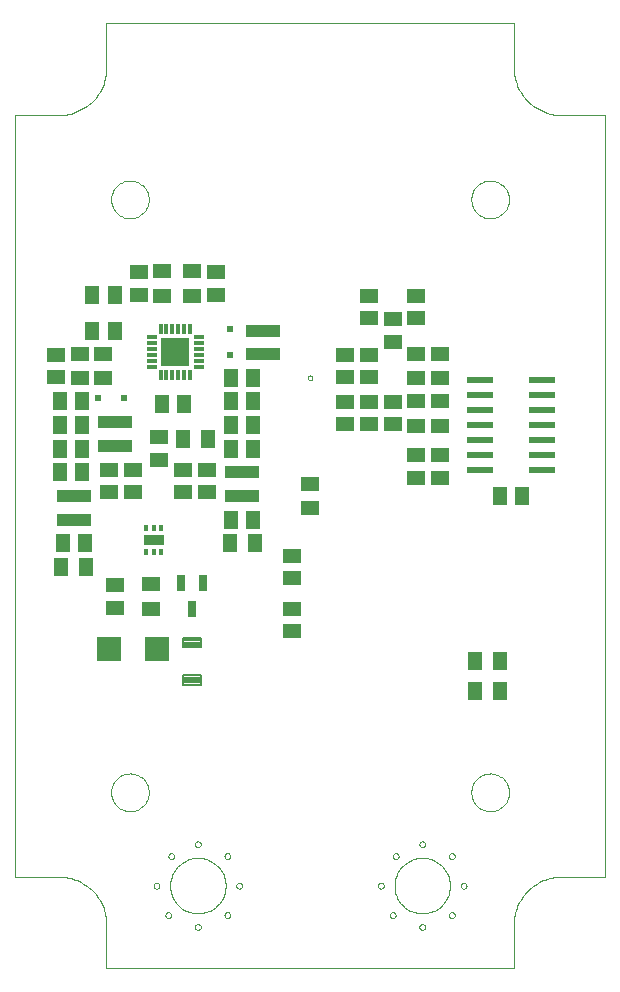
<source format=gtp>
G75*
%MOIN*%
%OFA0B0*%
%FSLAX24Y24*%
%IPPOS*%
%LPD*%
%AMOC8*
5,1,8,0,0,1.08239X$1,22.5*
%
%ADD10C,0.0000*%
%ADD11R,0.0512X0.0591*%
%ADD12R,0.0591X0.0512*%
%ADD13R,0.1181X0.0394*%
%ADD14R,0.0472X0.0591*%
%ADD15R,0.0591X0.0472*%
%ADD16R,0.0120X0.0320*%
%ADD17R,0.0320X0.0120*%
%ADD18R,0.0945X0.0945*%
%ADD19R,0.0866X0.0236*%
%ADD20C,0.0039*%
%ADD21R,0.0236X0.0236*%
%ADD22R,0.0157X0.0185*%
%ADD23R,0.0669X0.0374*%
%ADD24R,0.0315X0.0551*%
%ADD25C,0.0079*%
%ADD26R,0.0787X0.0787*%
D10*
X004489Y004351D02*
X005966Y004351D01*
X006043Y004349D01*
X006120Y004343D01*
X006197Y004334D01*
X006273Y004321D01*
X006349Y004304D01*
X006423Y004283D01*
X006497Y004259D01*
X006569Y004231D01*
X006639Y004200D01*
X006708Y004165D01*
X006776Y004127D01*
X006841Y004086D01*
X006904Y004041D01*
X006965Y003993D01*
X007024Y003943D01*
X007080Y003890D01*
X007133Y003834D01*
X007183Y003775D01*
X007231Y003714D01*
X007276Y003651D01*
X007317Y003586D01*
X007355Y003518D01*
X007390Y003449D01*
X007421Y003379D01*
X007449Y003307D01*
X007473Y003233D01*
X007494Y003159D01*
X007511Y003083D01*
X007524Y003007D01*
X007533Y002930D01*
X007539Y002853D01*
X007541Y002776D01*
X007541Y001300D01*
X021123Y001300D01*
X021123Y002776D01*
X021125Y002853D01*
X021131Y002930D01*
X021140Y003007D01*
X021153Y003083D01*
X021170Y003159D01*
X021191Y003233D01*
X021215Y003307D01*
X021243Y003379D01*
X021274Y003449D01*
X021309Y003518D01*
X021347Y003586D01*
X021388Y003651D01*
X021433Y003714D01*
X021481Y003775D01*
X021531Y003834D01*
X021584Y003890D01*
X021640Y003943D01*
X021699Y003993D01*
X021760Y004041D01*
X021823Y004086D01*
X021888Y004127D01*
X021956Y004165D01*
X022025Y004200D01*
X022095Y004231D01*
X022167Y004259D01*
X022241Y004283D01*
X022315Y004304D01*
X022391Y004321D01*
X022467Y004334D01*
X022544Y004343D01*
X022621Y004349D01*
X022698Y004351D01*
X024175Y004351D01*
X024175Y029745D01*
X022698Y029745D01*
X022621Y029747D01*
X022544Y029753D01*
X022467Y029762D01*
X022391Y029775D01*
X022315Y029792D01*
X022241Y029813D01*
X022167Y029837D01*
X022095Y029865D01*
X022025Y029896D01*
X021956Y029931D01*
X021888Y029969D01*
X021823Y030010D01*
X021760Y030055D01*
X021699Y030103D01*
X021640Y030153D01*
X021584Y030206D01*
X021531Y030262D01*
X021481Y030321D01*
X021433Y030382D01*
X021388Y030445D01*
X021347Y030510D01*
X021309Y030578D01*
X021274Y030647D01*
X021243Y030717D01*
X021215Y030789D01*
X021191Y030863D01*
X021170Y030937D01*
X021153Y031013D01*
X021140Y031089D01*
X021131Y031166D01*
X021125Y031243D01*
X021123Y031320D01*
X021123Y032796D01*
X007541Y032796D01*
X007541Y031320D01*
X007539Y031243D01*
X007533Y031166D01*
X007524Y031089D01*
X007511Y031013D01*
X007494Y030937D01*
X007473Y030863D01*
X007449Y030789D01*
X007421Y030717D01*
X007390Y030647D01*
X007355Y030578D01*
X007317Y030510D01*
X007276Y030445D01*
X007231Y030382D01*
X007183Y030321D01*
X007133Y030262D01*
X007080Y030206D01*
X007024Y030153D01*
X006965Y030103D01*
X006904Y030055D01*
X006841Y030010D01*
X006776Y029969D01*
X006708Y029931D01*
X006639Y029896D01*
X006569Y029865D01*
X006497Y029837D01*
X006423Y029813D01*
X006349Y029792D01*
X006273Y029775D01*
X006197Y029762D01*
X006120Y029753D01*
X006043Y029747D01*
X005966Y029745D01*
X004489Y029745D01*
X004489Y004351D01*
X007698Y007166D02*
X007700Y007216D01*
X007706Y007266D01*
X007716Y007315D01*
X007730Y007363D01*
X007747Y007410D01*
X007768Y007455D01*
X007793Y007499D01*
X007821Y007540D01*
X007853Y007579D01*
X007887Y007616D01*
X007924Y007650D01*
X007964Y007680D01*
X008006Y007707D01*
X008050Y007731D01*
X008096Y007752D01*
X008143Y007768D01*
X008191Y007781D01*
X008241Y007790D01*
X008290Y007795D01*
X008341Y007796D01*
X008391Y007793D01*
X008440Y007786D01*
X008489Y007775D01*
X008537Y007760D01*
X008583Y007742D01*
X008628Y007720D01*
X008671Y007694D01*
X008712Y007665D01*
X008751Y007633D01*
X008787Y007598D01*
X008819Y007560D01*
X008849Y007520D01*
X008876Y007477D01*
X008899Y007433D01*
X008918Y007387D01*
X008934Y007339D01*
X008946Y007290D01*
X008954Y007241D01*
X008958Y007191D01*
X008958Y007141D01*
X008954Y007091D01*
X008946Y007042D01*
X008934Y006993D01*
X008918Y006945D01*
X008899Y006899D01*
X008876Y006855D01*
X008849Y006812D01*
X008819Y006772D01*
X008787Y006734D01*
X008751Y006699D01*
X008712Y006667D01*
X008671Y006638D01*
X008628Y006612D01*
X008583Y006590D01*
X008537Y006572D01*
X008489Y006557D01*
X008440Y006546D01*
X008391Y006539D01*
X008341Y006536D01*
X008290Y006537D01*
X008241Y006542D01*
X008191Y006551D01*
X008143Y006564D01*
X008096Y006580D01*
X008050Y006601D01*
X008006Y006625D01*
X007964Y006652D01*
X007924Y006682D01*
X007887Y006716D01*
X007853Y006753D01*
X007821Y006792D01*
X007793Y006833D01*
X007768Y006877D01*
X007747Y006922D01*
X007730Y006969D01*
X007716Y007017D01*
X007706Y007066D01*
X007700Y007116D01*
X007698Y007166D01*
X009608Y005040D02*
X009610Y005059D01*
X009615Y005078D01*
X009625Y005094D01*
X009637Y005109D01*
X009652Y005121D01*
X009668Y005131D01*
X009687Y005136D01*
X009706Y005138D01*
X009725Y005136D01*
X009744Y005131D01*
X009760Y005121D01*
X009775Y005109D01*
X009787Y005094D01*
X009797Y005078D01*
X009802Y005059D01*
X009804Y005040D01*
X009802Y005021D01*
X009797Y005002D01*
X009787Y004986D01*
X009775Y004971D01*
X009760Y004959D01*
X009744Y004949D01*
X009725Y004944D01*
X009706Y004942D01*
X009687Y004944D01*
X009668Y004949D01*
X009652Y004959D01*
X009637Y004971D01*
X009625Y004986D01*
X009615Y005002D01*
X009610Y005021D01*
X009608Y005040D01*
X010494Y005434D02*
X010496Y005453D01*
X010501Y005472D01*
X010511Y005488D01*
X010523Y005503D01*
X010538Y005515D01*
X010554Y005525D01*
X010573Y005530D01*
X010592Y005532D01*
X010611Y005530D01*
X010630Y005525D01*
X010646Y005515D01*
X010661Y005503D01*
X010673Y005488D01*
X010683Y005472D01*
X010688Y005453D01*
X010690Y005434D01*
X010688Y005415D01*
X010683Y005396D01*
X010673Y005380D01*
X010661Y005365D01*
X010646Y005353D01*
X010630Y005343D01*
X010611Y005338D01*
X010592Y005336D01*
X010573Y005338D01*
X010554Y005343D01*
X010538Y005353D01*
X010523Y005365D01*
X010511Y005380D01*
X010501Y005396D01*
X010496Y005415D01*
X010494Y005434D01*
X011478Y005040D02*
X011480Y005059D01*
X011485Y005078D01*
X011495Y005094D01*
X011507Y005109D01*
X011522Y005121D01*
X011538Y005131D01*
X011557Y005136D01*
X011576Y005138D01*
X011595Y005136D01*
X011614Y005131D01*
X011630Y005121D01*
X011645Y005109D01*
X011657Y005094D01*
X011667Y005078D01*
X011672Y005059D01*
X011674Y005040D01*
X011672Y005021D01*
X011667Y005002D01*
X011657Y004986D01*
X011645Y004971D01*
X011630Y004959D01*
X011614Y004949D01*
X011595Y004944D01*
X011576Y004942D01*
X011557Y004944D01*
X011538Y004949D01*
X011522Y004959D01*
X011507Y004971D01*
X011495Y004986D01*
X011485Y005002D01*
X011480Y005021D01*
X011478Y005040D01*
X011872Y004056D02*
X011874Y004075D01*
X011879Y004094D01*
X011889Y004110D01*
X011901Y004125D01*
X011916Y004137D01*
X011932Y004147D01*
X011951Y004152D01*
X011970Y004154D01*
X011989Y004152D01*
X012008Y004147D01*
X012024Y004137D01*
X012039Y004125D01*
X012051Y004110D01*
X012061Y004094D01*
X012066Y004075D01*
X012068Y004056D01*
X012066Y004037D01*
X012061Y004018D01*
X012051Y004002D01*
X012039Y003987D01*
X012024Y003975D01*
X012008Y003965D01*
X011989Y003960D01*
X011970Y003958D01*
X011951Y003960D01*
X011932Y003965D01*
X011916Y003975D01*
X011901Y003987D01*
X011889Y004002D01*
X011879Y004018D01*
X011874Y004037D01*
X011872Y004056D01*
X011478Y003072D02*
X011480Y003091D01*
X011485Y003110D01*
X011495Y003126D01*
X011507Y003141D01*
X011522Y003153D01*
X011538Y003163D01*
X011557Y003168D01*
X011576Y003170D01*
X011595Y003168D01*
X011614Y003163D01*
X011630Y003153D01*
X011645Y003141D01*
X011657Y003126D01*
X011667Y003110D01*
X011672Y003091D01*
X011674Y003072D01*
X011672Y003053D01*
X011667Y003034D01*
X011657Y003018D01*
X011645Y003003D01*
X011630Y002991D01*
X011614Y002981D01*
X011595Y002976D01*
X011576Y002974D01*
X011557Y002976D01*
X011538Y002981D01*
X011522Y002991D01*
X011507Y003003D01*
X011495Y003018D01*
X011485Y003034D01*
X011480Y003053D01*
X011478Y003072D01*
X010494Y002678D02*
X010496Y002697D01*
X010501Y002716D01*
X010511Y002732D01*
X010523Y002747D01*
X010538Y002759D01*
X010554Y002769D01*
X010573Y002774D01*
X010592Y002776D01*
X010611Y002774D01*
X010630Y002769D01*
X010646Y002759D01*
X010661Y002747D01*
X010673Y002732D01*
X010683Y002716D01*
X010688Y002697D01*
X010690Y002678D01*
X010688Y002659D01*
X010683Y002640D01*
X010673Y002624D01*
X010661Y002609D01*
X010646Y002597D01*
X010630Y002587D01*
X010611Y002582D01*
X010592Y002580D01*
X010573Y002582D01*
X010554Y002587D01*
X010538Y002597D01*
X010523Y002609D01*
X010511Y002624D01*
X010501Y002640D01*
X010496Y002659D01*
X010494Y002678D01*
X009510Y003072D02*
X009512Y003091D01*
X009517Y003110D01*
X009527Y003126D01*
X009539Y003141D01*
X009554Y003153D01*
X009570Y003163D01*
X009589Y003168D01*
X009608Y003170D01*
X009627Y003168D01*
X009646Y003163D01*
X009662Y003153D01*
X009677Y003141D01*
X009689Y003126D01*
X009699Y003110D01*
X009704Y003091D01*
X009706Y003072D01*
X009704Y003053D01*
X009699Y003034D01*
X009689Y003018D01*
X009677Y003003D01*
X009662Y002991D01*
X009646Y002981D01*
X009627Y002976D01*
X009608Y002974D01*
X009589Y002976D01*
X009570Y002981D01*
X009554Y002991D01*
X009539Y003003D01*
X009527Y003018D01*
X009517Y003034D01*
X009512Y003053D01*
X009510Y003072D01*
X009116Y004056D02*
X009118Y004075D01*
X009123Y004094D01*
X009133Y004110D01*
X009145Y004125D01*
X009160Y004137D01*
X009176Y004147D01*
X009195Y004152D01*
X009214Y004154D01*
X009233Y004152D01*
X009252Y004147D01*
X009268Y004137D01*
X009283Y004125D01*
X009295Y004110D01*
X009305Y004094D01*
X009310Y004075D01*
X009312Y004056D01*
X009310Y004037D01*
X009305Y004018D01*
X009295Y004002D01*
X009283Y003987D01*
X009268Y003975D01*
X009252Y003965D01*
X009233Y003960D01*
X009214Y003958D01*
X009195Y003960D01*
X009176Y003965D01*
X009160Y003975D01*
X009145Y003987D01*
X009133Y004002D01*
X009123Y004018D01*
X009118Y004037D01*
X009116Y004056D01*
X016596Y004056D02*
X016598Y004075D01*
X016603Y004094D01*
X016613Y004110D01*
X016625Y004125D01*
X016640Y004137D01*
X016656Y004147D01*
X016675Y004152D01*
X016694Y004154D01*
X016713Y004152D01*
X016732Y004147D01*
X016748Y004137D01*
X016763Y004125D01*
X016775Y004110D01*
X016785Y004094D01*
X016790Y004075D01*
X016792Y004056D01*
X016790Y004037D01*
X016785Y004018D01*
X016775Y004002D01*
X016763Y003987D01*
X016748Y003975D01*
X016732Y003965D01*
X016713Y003960D01*
X016694Y003958D01*
X016675Y003960D01*
X016656Y003965D01*
X016640Y003975D01*
X016625Y003987D01*
X016613Y004002D01*
X016603Y004018D01*
X016598Y004037D01*
X016596Y004056D01*
X016990Y003072D02*
X016992Y003091D01*
X016997Y003110D01*
X017007Y003126D01*
X017019Y003141D01*
X017034Y003153D01*
X017050Y003163D01*
X017069Y003168D01*
X017088Y003170D01*
X017107Y003168D01*
X017126Y003163D01*
X017142Y003153D01*
X017157Y003141D01*
X017169Y003126D01*
X017179Y003110D01*
X017184Y003091D01*
X017186Y003072D01*
X017184Y003053D01*
X017179Y003034D01*
X017169Y003018D01*
X017157Y003003D01*
X017142Y002991D01*
X017126Y002981D01*
X017107Y002976D01*
X017088Y002974D01*
X017069Y002976D01*
X017050Y002981D01*
X017034Y002991D01*
X017019Y003003D01*
X017007Y003018D01*
X016997Y003034D01*
X016992Y003053D01*
X016990Y003072D01*
X017974Y002678D02*
X017976Y002697D01*
X017981Y002716D01*
X017991Y002732D01*
X018003Y002747D01*
X018018Y002759D01*
X018034Y002769D01*
X018053Y002774D01*
X018072Y002776D01*
X018091Y002774D01*
X018110Y002769D01*
X018126Y002759D01*
X018141Y002747D01*
X018153Y002732D01*
X018163Y002716D01*
X018168Y002697D01*
X018170Y002678D01*
X018168Y002659D01*
X018163Y002640D01*
X018153Y002624D01*
X018141Y002609D01*
X018126Y002597D01*
X018110Y002587D01*
X018091Y002582D01*
X018072Y002580D01*
X018053Y002582D01*
X018034Y002587D01*
X018018Y002597D01*
X018003Y002609D01*
X017991Y002624D01*
X017981Y002640D01*
X017976Y002659D01*
X017974Y002678D01*
X018958Y003072D02*
X018960Y003091D01*
X018965Y003110D01*
X018975Y003126D01*
X018987Y003141D01*
X019002Y003153D01*
X019018Y003163D01*
X019037Y003168D01*
X019056Y003170D01*
X019075Y003168D01*
X019094Y003163D01*
X019110Y003153D01*
X019125Y003141D01*
X019137Y003126D01*
X019147Y003110D01*
X019152Y003091D01*
X019154Y003072D01*
X019152Y003053D01*
X019147Y003034D01*
X019137Y003018D01*
X019125Y003003D01*
X019110Y002991D01*
X019094Y002981D01*
X019075Y002976D01*
X019056Y002974D01*
X019037Y002976D01*
X019018Y002981D01*
X019002Y002991D01*
X018987Y003003D01*
X018975Y003018D01*
X018965Y003034D01*
X018960Y003053D01*
X018958Y003072D01*
X019352Y004056D02*
X019354Y004075D01*
X019359Y004094D01*
X019369Y004110D01*
X019381Y004125D01*
X019396Y004137D01*
X019412Y004147D01*
X019431Y004152D01*
X019450Y004154D01*
X019469Y004152D01*
X019488Y004147D01*
X019504Y004137D01*
X019519Y004125D01*
X019531Y004110D01*
X019541Y004094D01*
X019546Y004075D01*
X019548Y004056D01*
X019546Y004037D01*
X019541Y004018D01*
X019531Y004002D01*
X019519Y003987D01*
X019504Y003975D01*
X019488Y003965D01*
X019469Y003960D01*
X019450Y003958D01*
X019431Y003960D01*
X019412Y003965D01*
X019396Y003975D01*
X019381Y003987D01*
X019369Y004002D01*
X019359Y004018D01*
X019354Y004037D01*
X019352Y004056D01*
X018958Y005040D02*
X018960Y005059D01*
X018965Y005078D01*
X018975Y005094D01*
X018987Y005109D01*
X019002Y005121D01*
X019018Y005131D01*
X019037Y005136D01*
X019056Y005138D01*
X019075Y005136D01*
X019094Y005131D01*
X019110Y005121D01*
X019125Y005109D01*
X019137Y005094D01*
X019147Y005078D01*
X019152Y005059D01*
X019154Y005040D01*
X019152Y005021D01*
X019147Y005002D01*
X019137Y004986D01*
X019125Y004971D01*
X019110Y004959D01*
X019094Y004949D01*
X019075Y004944D01*
X019056Y004942D01*
X019037Y004944D01*
X019018Y004949D01*
X019002Y004959D01*
X018987Y004971D01*
X018975Y004986D01*
X018965Y005002D01*
X018960Y005021D01*
X018958Y005040D01*
X017974Y005434D02*
X017976Y005453D01*
X017981Y005472D01*
X017991Y005488D01*
X018003Y005503D01*
X018018Y005515D01*
X018034Y005525D01*
X018053Y005530D01*
X018072Y005532D01*
X018091Y005530D01*
X018110Y005525D01*
X018126Y005515D01*
X018141Y005503D01*
X018153Y005488D01*
X018163Y005472D01*
X018168Y005453D01*
X018170Y005434D01*
X018168Y005415D01*
X018163Y005396D01*
X018153Y005380D01*
X018141Y005365D01*
X018126Y005353D01*
X018110Y005343D01*
X018091Y005338D01*
X018072Y005336D01*
X018053Y005338D01*
X018034Y005343D01*
X018018Y005353D01*
X018003Y005365D01*
X017991Y005380D01*
X017981Y005396D01*
X017976Y005415D01*
X017974Y005434D01*
X017088Y005040D02*
X017090Y005059D01*
X017095Y005078D01*
X017105Y005094D01*
X017117Y005109D01*
X017132Y005121D01*
X017148Y005131D01*
X017167Y005136D01*
X017186Y005138D01*
X017205Y005136D01*
X017224Y005131D01*
X017240Y005121D01*
X017255Y005109D01*
X017267Y005094D01*
X017277Y005078D01*
X017282Y005059D01*
X017284Y005040D01*
X017282Y005021D01*
X017277Y005002D01*
X017267Y004986D01*
X017255Y004971D01*
X017240Y004959D01*
X017224Y004949D01*
X017205Y004944D01*
X017186Y004942D01*
X017167Y004944D01*
X017148Y004949D01*
X017132Y004959D01*
X017117Y004971D01*
X017105Y004986D01*
X017095Y005002D01*
X017090Y005021D01*
X017088Y005040D01*
X019706Y007166D02*
X019708Y007216D01*
X019714Y007266D01*
X019724Y007315D01*
X019738Y007363D01*
X019755Y007410D01*
X019776Y007455D01*
X019801Y007499D01*
X019829Y007540D01*
X019861Y007579D01*
X019895Y007616D01*
X019932Y007650D01*
X019972Y007680D01*
X020014Y007707D01*
X020058Y007731D01*
X020104Y007752D01*
X020151Y007768D01*
X020199Y007781D01*
X020249Y007790D01*
X020298Y007795D01*
X020349Y007796D01*
X020399Y007793D01*
X020448Y007786D01*
X020497Y007775D01*
X020545Y007760D01*
X020591Y007742D01*
X020636Y007720D01*
X020679Y007694D01*
X020720Y007665D01*
X020759Y007633D01*
X020795Y007598D01*
X020827Y007560D01*
X020857Y007520D01*
X020884Y007477D01*
X020907Y007433D01*
X020926Y007387D01*
X020942Y007339D01*
X020954Y007290D01*
X020962Y007241D01*
X020966Y007191D01*
X020966Y007141D01*
X020962Y007091D01*
X020954Y007042D01*
X020942Y006993D01*
X020926Y006945D01*
X020907Y006899D01*
X020884Y006855D01*
X020857Y006812D01*
X020827Y006772D01*
X020795Y006734D01*
X020759Y006699D01*
X020720Y006667D01*
X020679Y006638D01*
X020636Y006612D01*
X020591Y006590D01*
X020545Y006572D01*
X020497Y006557D01*
X020448Y006546D01*
X020399Y006539D01*
X020349Y006536D01*
X020298Y006537D01*
X020249Y006542D01*
X020199Y006551D01*
X020151Y006564D01*
X020104Y006580D01*
X020058Y006601D01*
X020014Y006625D01*
X019972Y006652D01*
X019932Y006682D01*
X019895Y006716D01*
X019861Y006753D01*
X019829Y006792D01*
X019801Y006833D01*
X019776Y006877D01*
X019755Y006922D01*
X019738Y006969D01*
X019724Y007017D01*
X019714Y007066D01*
X019708Y007116D01*
X019706Y007166D01*
X014253Y020985D02*
X014255Y021003D01*
X014261Y021019D01*
X014270Y021034D01*
X014283Y021047D01*
X014298Y021056D01*
X014314Y021062D01*
X014332Y021064D01*
X014350Y021062D01*
X014366Y021056D01*
X014381Y021047D01*
X014394Y021034D01*
X014403Y021019D01*
X014409Y021003D01*
X014411Y020985D01*
X014409Y020967D01*
X014403Y020951D01*
X014394Y020936D01*
X014381Y020923D01*
X014366Y020914D01*
X014350Y020908D01*
X014332Y020906D01*
X014314Y020908D01*
X014298Y020914D01*
X014283Y020923D01*
X014270Y020936D01*
X014261Y020951D01*
X014255Y020967D01*
X014253Y020985D01*
X007698Y026930D02*
X007700Y026980D01*
X007706Y027030D01*
X007716Y027079D01*
X007730Y027127D01*
X007747Y027174D01*
X007768Y027219D01*
X007793Y027263D01*
X007821Y027304D01*
X007853Y027343D01*
X007887Y027380D01*
X007924Y027414D01*
X007964Y027444D01*
X008006Y027471D01*
X008050Y027495D01*
X008096Y027516D01*
X008143Y027532D01*
X008191Y027545D01*
X008241Y027554D01*
X008290Y027559D01*
X008341Y027560D01*
X008391Y027557D01*
X008440Y027550D01*
X008489Y027539D01*
X008537Y027524D01*
X008583Y027506D01*
X008628Y027484D01*
X008671Y027458D01*
X008712Y027429D01*
X008751Y027397D01*
X008787Y027362D01*
X008819Y027324D01*
X008849Y027284D01*
X008876Y027241D01*
X008899Y027197D01*
X008918Y027151D01*
X008934Y027103D01*
X008946Y027054D01*
X008954Y027005D01*
X008958Y026955D01*
X008958Y026905D01*
X008954Y026855D01*
X008946Y026806D01*
X008934Y026757D01*
X008918Y026709D01*
X008899Y026663D01*
X008876Y026619D01*
X008849Y026576D01*
X008819Y026536D01*
X008787Y026498D01*
X008751Y026463D01*
X008712Y026431D01*
X008671Y026402D01*
X008628Y026376D01*
X008583Y026354D01*
X008537Y026336D01*
X008489Y026321D01*
X008440Y026310D01*
X008391Y026303D01*
X008341Y026300D01*
X008290Y026301D01*
X008241Y026306D01*
X008191Y026315D01*
X008143Y026328D01*
X008096Y026344D01*
X008050Y026365D01*
X008006Y026389D01*
X007964Y026416D01*
X007924Y026446D01*
X007887Y026480D01*
X007853Y026517D01*
X007821Y026556D01*
X007793Y026597D01*
X007768Y026641D01*
X007747Y026686D01*
X007730Y026733D01*
X007716Y026781D01*
X007706Y026830D01*
X007700Y026880D01*
X007698Y026930D01*
X019706Y026930D02*
X019708Y026980D01*
X019714Y027030D01*
X019724Y027079D01*
X019738Y027127D01*
X019755Y027174D01*
X019776Y027219D01*
X019801Y027263D01*
X019829Y027304D01*
X019861Y027343D01*
X019895Y027380D01*
X019932Y027414D01*
X019972Y027444D01*
X020014Y027471D01*
X020058Y027495D01*
X020104Y027516D01*
X020151Y027532D01*
X020199Y027545D01*
X020249Y027554D01*
X020298Y027559D01*
X020349Y027560D01*
X020399Y027557D01*
X020448Y027550D01*
X020497Y027539D01*
X020545Y027524D01*
X020591Y027506D01*
X020636Y027484D01*
X020679Y027458D01*
X020720Y027429D01*
X020759Y027397D01*
X020795Y027362D01*
X020827Y027324D01*
X020857Y027284D01*
X020884Y027241D01*
X020907Y027197D01*
X020926Y027151D01*
X020942Y027103D01*
X020954Y027054D01*
X020962Y027005D01*
X020966Y026955D01*
X020966Y026905D01*
X020962Y026855D01*
X020954Y026806D01*
X020942Y026757D01*
X020926Y026709D01*
X020907Y026663D01*
X020884Y026619D01*
X020857Y026576D01*
X020827Y026536D01*
X020795Y026498D01*
X020759Y026463D01*
X020720Y026431D01*
X020679Y026402D01*
X020636Y026376D01*
X020591Y026354D01*
X020545Y026336D01*
X020497Y026321D01*
X020448Y026310D01*
X020399Y026303D01*
X020349Y026300D01*
X020298Y026301D01*
X020249Y026306D01*
X020199Y026315D01*
X020151Y026328D01*
X020104Y026344D01*
X020058Y026365D01*
X020014Y026389D01*
X019972Y026416D01*
X019932Y026446D01*
X019895Y026480D01*
X019861Y026517D01*
X019829Y026556D01*
X019801Y026597D01*
X019776Y026641D01*
X019755Y026686D01*
X019738Y026733D01*
X019724Y026781D01*
X019714Y026830D01*
X019708Y026880D01*
X019706Y026930D01*
D11*
X012442Y020985D03*
X012442Y020198D03*
X012442Y019410D03*
X011694Y019410D03*
X011694Y020198D03*
X011694Y020985D03*
X010139Y020119D03*
X009391Y020119D03*
X007816Y022560D03*
X007068Y022560D03*
X007068Y023741D03*
X007816Y023741D03*
X006734Y020198D03*
X006734Y019410D03*
X005986Y019410D03*
X005986Y020198D03*
X005986Y018623D03*
X005986Y017835D03*
X006734Y017835D03*
X006734Y018623D03*
X006832Y015473D03*
X006084Y015473D03*
X011694Y016261D03*
X012442Y016261D03*
X012442Y018623D03*
X011694Y018623D03*
X020651Y017048D03*
X021399Y017048D03*
D12*
X018663Y017658D03*
X018663Y018406D03*
X017875Y018406D03*
X017875Y017658D03*
X017088Y019430D03*
X017088Y020178D03*
X016301Y020178D03*
X016301Y019430D03*
X015513Y019430D03*
X015513Y020178D03*
X015513Y021005D03*
X015513Y021753D03*
X016301Y021753D03*
X016301Y021005D03*
X017088Y022186D03*
X017088Y022934D03*
X017875Y022973D03*
X017875Y023721D03*
X016301Y023721D03*
X016301Y022973D03*
X011182Y023761D03*
X011182Y024509D03*
X008623Y024509D03*
X008623Y023761D03*
X005867Y021753D03*
X005867Y021005D03*
X007639Y017914D03*
X007639Y017166D03*
X008426Y017166D03*
X008426Y017914D03*
X009312Y018249D03*
X009312Y018997D03*
X010100Y017914D03*
X010100Y017166D03*
X010887Y017166D03*
X010887Y017914D03*
X013741Y015060D03*
X013741Y014312D03*
X013741Y013288D03*
X013741Y012540D03*
X007836Y013328D03*
X007836Y014076D03*
D13*
X006458Y016261D03*
X006458Y017048D03*
X007836Y018721D03*
X007836Y019509D03*
X012068Y017835D03*
X012068Y017048D03*
X012757Y021772D03*
X012757Y022560D03*
D14*
X010926Y018938D03*
X010100Y018938D03*
X011655Y015473D03*
X012482Y015473D03*
X006871Y014686D03*
X006045Y014686D03*
X019824Y011536D03*
X019824Y010552D03*
X020651Y010552D03*
X020651Y011536D03*
D15*
X018663Y019391D03*
X018663Y020217D03*
X018663Y020965D03*
X018663Y021792D03*
X017875Y021792D03*
X017875Y020965D03*
X017875Y020217D03*
X017875Y019391D03*
X014332Y017461D03*
X014332Y016635D03*
X010395Y023721D03*
X010395Y024548D03*
X009411Y024548D03*
X009411Y023721D03*
X007442Y021792D03*
X007442Y020965D03*
X006655Y020965D03*
X006655Y021792D03*
X009017Y014115D03*
X009017Y013288D03*
D16*
X009354Y021063D03*
X009544Y021063D03*
X009744Y021063D03*
X009944Y021063D03*
X010144Y021063D03*
X010334Y021063D03*
X010334Y022623D03*
X010144Y022623D03*
X009944Y022623D03*
X009744Y022623D03*
X009544Y022623D03*
X009354Y022623D03*
D17*
X009064Y022333D03*
X009064Y022143D03*
X009064Y021943D03*
X009064Y021743D03*
X009064Y021543D03*
X009064Y021353D03*
X010624Y021353D03*
X010624Y021543D03*
X010624Y021743D03*
X010624Y021943D03*
X010624Y022143D03*
X010624Y022333D03*
D18*
X009844Y021833D03*
D19*
X020001Y020910D03*
X020001Y020410D03*
X020001Y019910D03*
X020001Y019410D03*
X020001Y018910D03*
X020001Y018410D03*
X020001Y017910D03*
X022049Y017910D03*
X022049Y018410D03*
X022049Y018910D03*
X022049Y019410D03*
X022049Y019910D03*
X022049Y020410D03*
X022049Y020910D03*
D20*
X017147Y004056D02*
X017149Y004116D01*
X017155Y004177D01*
X017165Y004236D01*
X017179Y004295D01*
X017196Y004353D01*
X017217Y004410D01*
X017242Y004465D01*
X017271Y004518D01*
X017303Y004570D01*
X017338Y004619D01*
X017377Y004666D01*
X017418Y004710D01*
X017462Y004751D01*
X017509Y004790D01*
X017558Y004825D01*
X017609Y004857D01*
X017663Y004886D01*
X017718Y004911D01*
X017775Y004932D01*
X017833Y004949D01*
X017892Y004963D01*
X017951Y004973D01*
X018012Y004979D01*
X018072Y004981D01*
X018132Y004979D01*
X018193Y004973D01*
X018252Y004963D01*
X018311Y004949D01*
X018369Y004932D01*
X018426Y004911D01*
X018481Y004886D01*
X018534Y004857D01*
X018586Y004825D01*
X018635Y004790D01*
X018682Y004751D01*
X018726Y004710D01*
X018767Y004666D01*
X018806Y004619D01*
X018841Y004570D01*
X018873Y004519D01*
X018902Y004465D01*
X018927Y004410D01*
X018948Y004353D01*
X018965Y004295D01*
X018979Y004236D01*
X018989Y004177D01*
X018995Y004116D01*
X018997Y004056D01*
X018995Y003996D01*
X018989Y003935D01*
X018979Y003876D01*
X018965Y003817D01*
X018948Y003759D01*
X018927Y003702D01*
X018902Y003647D01*
X018873Y003594D01*
X018841Y003542D01*
X018806Y003493D01*
X018767Y003446D01*
X018726Y003402D01*
X018682Y003361D01*
X018635Y003322D01*
X018586Y003287D01*
X018535Y003255D01*
X018481Y003226D01*
X018426Y003201D01*
X018369Y003180D01*
X018311Y003163D01*
X018252Y003149D01*
X018193Y003139D01*
X018132Y003133D01*
X018072Y003131D01*
X018012Y003133D01*
X017951Y003139D01*
X017892Y003149D01*
X017833Y003163D01*
X017775Y003180D01*
X017718Y003201D01*
X017663Y003226D01*
X017610Y003255D01*
X017558Y003287D01*
X017509Y003322D01*
X017462Y003361D01*
X017418Y003402D01*
X017377Y003446D01*
X017338Y003493D01*
X017303Y003542D01*
X017271Y003593D01*
X017242Y003647D01*
X017217Y003702D01*
X017196Y003759D01*
X017179Y003817D01*
X017165Y003876D01*
X017155Y003935D01*
X017149Y003996D01*
X017147Y004056D01*
X009667Y004056D02*
X009669Y004116D01*
X009675Y004177D01*
X009685Y004236D01*
X009699Y004295D01*
X009716Y004353D01*
X009737Y004410D01*
X009762Y004465D01*
X009791Y004518D01*
X009823Y004570D01*
X009858Y004619D01*
X009897Y004666D01*
X009938Y004710D01*
X009982Y004751D01*
X010029Y004790D01*
X010078Y004825D01*
X010129Y004857D01*
X010183Y004886D01*
X010238Y004911D01*
X010295Y004932D01*
X010353Y004949D01*
X010412Y004963D01*
X010471Y004973D01*
X010532Y004979D01*
X010592Y004981D01*
X010652Y004979D01*
X010713Y004973D01*
X010772Y004963D01*
X010831Y004949D01*
X010889Y004932D01*
X010946Y004911D01*
X011001Y004886D01*
X011054Y004857D01*
X011106Y004825D01*
X011155Y004790D01*
X011202Y004751D01*
X011246Y004710D01*
X011287Y004666D01*
X011326Y004619D01*
X011361Y004570D01*
X011393Y004519D01*
X011422Y004465D01*
X011447Y004410D01*
X011468Y004353D01*
X011485Y004295D01*
X011499Y004236D01*
X011509Y004177D01*
X011515Y004116D01*
X011517Y004056D01*
X011515Y003996D01*
X011509Y003935D01*
X011499Y003876D01*
X011485Y003817D01*
X011468Y003759D01*
X011447Y003702D01*
X011422Y003647D01*
X011393Y003594D01*
X011361Y003542D01*
X011326Y003493D01*
X011287Y003446D01*
X011246Y003402D01*
X011202Y003361D01*
X011155Y003322D01*
X011106Y003287D01*
X011055Y003255D01*
X011001Y003226D01*
X010946Y003201D01*
X010889Y003180D01*
X010831Y003163D01*
X010772Y003149D01*
X010713Y003139D01*
X010652Y003133D01*
X010592Y003131D01*
X010532Y003133D01*
X010471Y003139D01*
X010412Y003149D01*
X010353Y003163D01*
X010295Y003180D01*
X010238Y003201D01*
X010183Y003226D01*
X010130Y003255D01*
X010078Y003287D01*
X010029Y003322D01*
X009982Y003361D01*
X009938Y003402D01*
X009897Y003446D01*
X009858Y003493D01*
X009823Y003542D01*
X009791Y003593D01*
X009762Y003647D01*
X009737Y003702D01*
X009716Y003759D01*
X009699Y003817D01*
X009685Y003876D01*
X009675Y003935D01*
X009669Y003996D01*
X009667Y004056D01*
D21*
X008131Y020296D03*
X007265Y020296D03*
X011675Y021733D03*
X011675Y022599D03*
D22*
X009371Y015965D03*
X009115Y015965D03*
X008860Y015965D03*
X008860Y015178D03*
X009115Y015178D03*
X009371Y015178D03*
D23*
X009115Y015572D03*
D24*
X010021Y014135D03*
X010395Y013269D03*
X010769Y014135D03*
D25*
X010700Y012319D02*
X010700Y012003D01*
X010090Y012003D01*
X010090Y012319D01*
X010700Y012319D01*
X010700Y012081D02*
X010090Y012081D01*
X010090Y012159D02*
X010700Y012159D01*
X010700Y012237D02*
X010090Y012237D01*
X010090Y012315D02*
X010700Y012315D01*
X010700Y011069D02*
X010700Y010753D01*
X010090Y010753D01*
X010090Y011069D01*
X010700Y011069D01*
X010700Y010831D02*
X010090Y010831D01*
X010090Y010909D02*
X010700Y010909D01*
X010700Y010987D02*
X010090Y010987D01*
X010090Y011065D02*
X010700Y011065D01*
D26*
X009214Y011930D03*
X007639Y011930D03*
M02*

</source>
